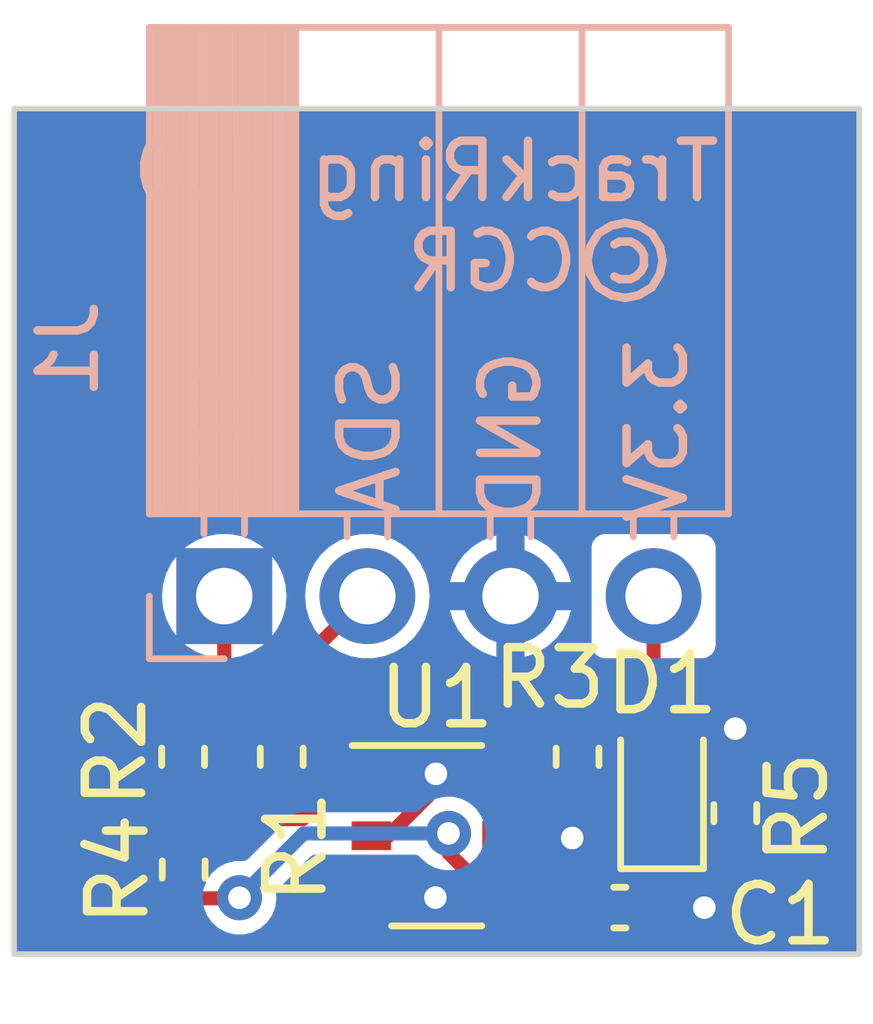
<source format=kicad_pcb>
(kicad_pcb (version 20221018) (generator pcbnew)
  (layers (0 "F.Cu" signal) (31 "B.Cu" signal) (34 "B.Paste" user) (35 "F.Paste" user) (36 "B.SilkS" user "B.Silkscreen") (37 "F.SilkS" user "F.Silkscreen") (38 "B.Mask" user) (39 "F.Mask" user) (44 "Edge.Cuts" user))
  (net 0 "")
  (net 1 "/VCC")
  (net 2 "GND")
  (net 3 "/SDA")
  (net 4 "/SCL")
  (net 5 "Net-(U1-SDA)")
  (net 6 "Net-(U1-SCL)")
  (net 7 "Net-(D1-K)")
  (footprint "Resistor_SMD:R_0402_1005Metric" (layer "F.Cu") (at 21.5 31.5 -90)
    (fp_text reference "R2" (at -0.1 1.2 90) (layer "F.SilkS"))
    (fp_text value "100")
    (fp_line (start -0.153641 -0.38) (end 0.153641 -0.38) (stroke (width 0.12)) (layer "F.SilkS"))
    (fp_line (start -0.153641 0.38) (end 0.153641 0.38) (stroke (width 0.12)) (layer "F.SilkS"))
    (pad "1" smd roundrect (at -0.51 0 270) (size 0.54 0.64) (layers "F.Cu" "F.Paste" "F.Mask") (net 4 "/SCL"))
    (pad "2" smd roundrect (at 0.51 0 270) (size 0.54 0.64) (layers "F.Cu" "F.Paste" "F.Mask") (net 6 "Net-(U1-SCL)"))
  )
  (footprint "Capacitor_SMD:C_0402_1005Metric" (layer "F.Cu") (at 29.25 34.175 180)
    (fp_text reference "C1" (at -2.85 -0.125) (layer "F.SilkS"))
    (fp_text value "0.1uF")
    (fp_line (start -0.107836 -0.36) (end 0.107836 -0.36) (stroke (width 0.12)) (layer "F.SilkS"))
    (fp_line (start -0.107836 0.36) (end 0.107836 0.36) (stroke (width 0.12)) (layer "F.SilkS"))
    (pad "1" smd roundrect (at -0.48 0 180) (size 0.56 0.62) (layers "F.Cu" "F.Paste" "F.Mask") (net 2 "GND"))
    (pad "2" smd roundrect (at 0.48 0 180) (size 0.56 0.62) (layers "F.Cu" "F.Paste" "F.Mask") (net 1 "/VCC"))
  )
  (footprint "LED_SMD:LED_0603_1608Metric" (layer "F.Cu") (at 30 32 90)
    (fp_text reference "D1" (at 1.8 0 180) (layer "F.SilkS"))
    (fp_text value "LED")
    (fp_line (start -1.485 -0.735) (end -1.485 0.735) (stroke (width 0.12)) (layer "F.SilkS"))
    (fp_line (start -1.485 0.735) (end 0.8 0.735) (stroke (width 0.12)) (layer "F.SilkS"))
    (fp_line (start 0.8 -0.735) (end -1.485 -0.735) (stroke (width 0.12)) (layer "F.SilkS"))
    (pad "1" smd roundrect (at -0.7875 0 90) (size 0.875 0.95) (layers "F.Cu" "F.Paste" "F.Mask") (net 7 "Net-(D1-K)"))
    (pad "2" smd roundrect (at 0.7875 0 90) (size 0.875 0.95) (layers "F.Cu" "F.Paste" "F.Mask") (net 1 "/VCC"))
  )
  (footprint "Resistor_SMD:R_0402_1005Metric" (layer "F.Cu") (at 21.51 33.5 90)
    (fp_text reference "R4" (at 0 -1.17 90) (layer "F.SilkS"))
    (fp_text value "1.2K")
    (fp_line (start -0.153641 -0.38) (end 0.153641 -0.38) (stroke (width 0.12)) (layer "F.SilkS"))
    (fp_line (start -0.153641 0.38) (end 0.153641 0.38) (stroke (width 0.12)) (layer "F.SilkS"))
    (pad "1" smd roundrect (at -0.51 0 90) (size 0.54 0.64) (layers "F.Cu" "F.Paste" "F.Mask") (net 1 "/VCC"))
    (pad "2" smd roundrect (at 0.51 0 90) (size 0.54 0.64) (layers "F.Cu" "F.Paste" "F.Mask") (net 4 "/SCL"))
  )
  (footprint "Resistor_SMD:R_0402_1005Metric" (layer "F.Cu") (at 23.25 31.5 -90)
    (fp_text reference "R1" (at 1.6 -0.25 90) (layer "F.SilkS"))
    (fp_text value "100")
    (fp_line (start -0.153641 -0.38) (end 0.153641 -0.38) (stroke (width 0.12)) (layer "F.SilkS"))
    (fp_line (start -0.153641 0.38) (end 0.153641 0.38) (stroke (width 0.12)) (layer "F.SilkS"))
    (pad "1" smd roundrect (at -0.51 0 270) (size 0.54 0.64) (layers "F.Cu" "F.Paste" "F.Mask") (net 3 "/SDA"))
    (pad "2" smd roundrect (at 0.51 0 270) (size 0.54 0.64) (layers "F.Cu" "F.Paste" "F.Mask") (net 5 "Net-(U1-SDA)"))
  )
  (footprint "Resistor_SMD:R_0402_1005Metric" (layer "F.Cu") (at 31.3 32.5 90)
    (fp_text reference "R5" (at 0.1 1.1 90) (layer "F.SilkS"))
    (fp_text value "500")
    (fp_line (start -0.153641 -0.38) (end 0.153641 -0.38) (stroke (width 0.12)) (layer "F.SilkS"))
    (fp_line (start -0.153641 0.38) (end 0.153641 0.38) (stroke (width 0.12)) (layer "F.SilkS"))
    (pad "1" smd roundrect (at -0.51 0 90) (size 0.54 0.64) (layers "F.Cu" "F.Paste" "F.Mask") (net 7 "Net-(D1-K)"))
    (pad "2" smd roundrect (at 0.51 0 90) (size 0.54 0.64) (layers "F.Cu" "F.Paste" "F.Mask") (net 2 "GND"))
  )
  (footprint "Package_SO:TSOP-6_1.65x3.05mm_P0.95mm" (layer "F.Cu") (at 26 32.9)
    (fp_text reference "U1" (at 0 -2.45) (layer "F.SilkS"))
    (fp_text value "TLV493D-A1B6")
    (fp_line (start -0.8 1.6) (end 0.8 1.6) (stroke (width 0.12)) (layer "F.SilkS"))
    (fp_line (start 0.8 -1.6) (end -1.5 -1.6) (stroke (width 0.12)) (layer "F.SilkS"))
    (pad "1" smd rect (at -1.16 -0.95) (size 0.7 0.51) (layers "F.Cu" "F.Paste" "F.Mask") (net 6 "Net-(U1-SCL)"))
    (pad "2" smd rect (at -1.16 0) (size 0.7 0.51) (layers "F.Cu" "F.Paste" "F.Mask") (net 2 "GND"))
    (pad "3" smd rect (at -1.16 0.95) (size 0.7 0.51) (layers "F.Cu" "F.Paste" "F.Mask") (net 2 "GND"))
    (pad "4" smd rect (at 1.16 0.95) (size 0.7 0.51) (layers "F.Cu" "F.Paste" "F.Mask") (net 1 "/VCC"))
    (pad "5" smd rect (at 1.16 0) (size 0.7 0.51) (layers "F.Cu" "F.Paste" "F.Mask") (net 2 "GND"))
    (pad "6" smd rect (at 1.16 -0.95) (size 0.7 0.51) (layers "F.Cu" "F.Paste" "F.Mask") (net 5 "Net-(U1-SDA)"))
  )
  (footprint "Resistor_SMD:R_0402_1005Metric" (layer "F.Cu") (at 28.5 31.5 90)
    (fp_text reference "R3" (at 1.4 -0.5 180) (layer "F.SilkS"))
    (fp_text value "1.2K")
    (fp_line (start -0.153641 -0.38) (end 0.153641 -0.38) (stroke (width 0.12)) (layer "F.SilkS"))
    (fp_line (start -0.153641 0.38) (end 0.153641 0.38) (stroke (width 0.12)) (layer "F.SilkS"))
    (pad "1" smd roundrect (at -0.51 0 90) (size 0.54 0.64) (layers "F.Cu" "F.Paste" "F.Mask") (net 1 "/VCC"))
    (pad "2" smd roundrect (at 0.51 0 90) (size 0.54 0.64) (layers "F.Cu" "F.Paste" "F.Mask") (net 3 "/SDA"))
  )
  (footprint "Connector_PinSocket_2.54mm:PinSocket_1x04_P2.54mm_Horizontal" (layer "B.Cu") (at 22.23 28.65 -90)
    (fp_text reference "J1" (at -4.38 2.77 90) (layer "B.SilkS") (effects (justify mirror)))
    (fp_text value "Conn_01x04")
    (fp_line (start -10.09 -8.95) (end -1.46 -8.95) (stroke (width 0.12)) (layer "B.SilkS"))
    (fp_line (start -10.09 -6.35) (end -1.46 -6.35) (stroke (width 0.12)) (layer "B.SilkS"))
    (fp_line (start -10.09 -3.81) (end -1.46 -3.81) (stroke (width 0.12)) (layer "B.SilkS"))
    (fp_line (start -10.09 -1.27) (end -1.46 -1.27) (stroke (width 0.12)) (layer "B.SilkS"))
    (fp_line (start -10.09 -1.1519) (end -1.46 -1.1519) (stroke (width 0.12)) (layer "B.SilkS"))
    (fp_line (start -10.09 -1.033805) (end -1.46 -1.033805) (stroke (width 0.12)) (layer "B.SilkS"))
    (fp_line (start -10.09 -0.91571) (end -1.46 -0.91571) (stroke (width 0.12)) (layer "B.SilkS"))
    (fp_line (start -10.09 -0.797615) (end -1.46 -0.797615) (stroke (width 0.12)) (layer "B.SilkS"))
    (fp_line (start -10.09 -0.67952) (end -1.46 -0.67952) (stroke (width 0.12)) (layer "B.SilkS"))
    (fp_line (start -10.09 -0.561425) (end -1.46 -0.561425) (stroke (width 0.12)) (layer "B.SilkS"))
    (fp_line (start -10.09 -0.44333) (end -1.46 -0.44333) (stroke (width 0.12)) (layer "B.SilkS"))
    (fp_line (start -10.09 -0.325235) (end -1.46 -0.325235) (stroke (width 0.12)) (layer "B.SilkS"))
    (fp_line (start -10.09 -0.20714) (end -1.46 -0.20714) (stroke (width 0.12)) (layer "B.SilkS"))
    (fp_line (start -10.09 -0.089045) (end -1.46 -0.089045) (stroke (width 0.12)) (layer "B.SilkS"))
    (fp_line (start -10.09 0.02905) (end -1.46 0.02905) (stroke (width 0.12)) (layer "B.SilkS"))
    (fp_line (start -10.09 0.147145) (end -1.46 0.147145) (stroke (width 0.12)) (layer "B.SilkS"))
    (fp_line (start -10.09 0.26524) (end -1.46 0.26524) (stroke (width 0.12)) (layer "B.SilkS"))
    (fp_line (start -10.09 0.383335) (end -1.46 0.383335) (stroke (width 0.12)) (layer "B.SilkS"))
    (fp_line (start -10.09 0.50143) (end -1.46 0.50143) (stroke (width 0.12)) (layer "B.SilkS"))
    (fp_line (start -10.09 0.619525) (end -1.46 0.619525) (stroke (width 0.12)) (layer "B.SilkS"))
    (fp_line (start -10.09 0.73762) (end -1.46 0.73762) (stroke (width 0.12)) (layer "B.SilkS"))
    (fp_line (start -10.09 0.855715) (end -1.46 0.855715) (stroke (width 0.12)) (layer "B.SilkS"))
    (fp_line (start -10.09 0.97381) (end -1.46 0.97381) (stroke (width 0.12)) (layer "B.SilkS"))
    (fp_line (start -10.09 1.091905) (end -1.46 1.091905) (stroke (width 0.12)) (layer "B.SilkS"))
    (fp_line (start -10.09 1.21) (end -1.46 1.21) (stroke (width 0.12)) (layer "B.SilkS"))
    (fp_line (start -10.09 1.33) (end -10.09 -8.95) (stroke (width 0.12)) (layer "B.SilkS"))
    (fp_line (start -10.09 1.33) (end -1.46 1.33) (stroke (width 0.12)) (layer "B.SilkS"))
    (fp_line (start -1.46 -7.98) (end -1.05 -7.98) (stroke (width 0.12)) (layer "B.SilkS"))
    (fp_line (start -1.46 -7.26) (end -1.05 -7.26) (stroke (width 0.12)) (layer "B.SilkS"))
    (fp_line (start -1.46 -5.44) (end -1.05 -5.44) (stroke (width 0.12)) (layer "B.SilkS"))
    (fp_line (start -1.46 -4.72) (end -1.05 -4.72) (stroke (width 0.12)) (layer "B.SilkS"))
    (fp_line (start -1.46 -2.9) (end -1.05 -2.9) (stroke (width 0.12)) (layer "B.SilkS"))
    (fp_line (start -1.46 -2.18) (end -1.05 -2.18) (stroke (width 0.12)) (layer "B.SilkS"))
    (fp_line (start -1.46 -0.36) (end -1.11 -0.36) (stroke (width 0.12)) (layer "B.SilkS"))
    (fp_line (start -1.46 0.36) (end -1.11 0.36) (stroke (width 0.12)) (layer "B.SilkS"))
    (fp_line (start -1.46 1.33) (end -1.46 -8.95) (stroke (width 0.12)) (layer "B.SilkS"))
    (fp_line (start 0 1.33) (end 1.11 1.33) (stroke (width 0.12)) (layer "B.SilkS"))
    (fp_line (start 1.11 1.33) (end 1.11 0) (stroke (width 0.12)) (layer "B.SilkS"))
    (pad "1" thru_hole rect (at 0 0 270) (size 1.7 1.7) (drill 1) (layers "*.Cu" "*.Mask") (net 1 "/VCC"))
    (pad "2" thru_hole oval (at 0 -2.54 270) (size 1.7 1.7) (drill 1) (layers "*.Cu" "*.Mask") (net 2 "GND"))
    (pad "3" thru_hole oval (at 0 -5.08 270) (size 1.7 1.7) (drill 1) (layers "*.Cu" "*.Mask") (net 3 "/SDA"))
    (pad "4" thru_hole oval (at 0 -7.62 270) (size 1.7 1.7) (drill 1) (layers "*.Cu" "*.Mask") (net 4 "/SCL"))
  )
  (gr_rect (start 18.5 20) (end 33.5 35) (stroke (width 0.1)) (fill none) (layer "Edge.Cuts"))
  (gr_text "GND" (at 27.9 24.2 90) (layer "B.SilkS") (effects (font (size 1 1)) (justify left bottom mirror)))
  (gr_text "©CGR" (at 30.3 23.3) (layer "B.SilkS") (effects (font (size 1 1)) (justify left bottom mirror)))
  (gr_text "SDA" (at 25.4 24.3 90) (layer "B.SilkS") (effects (font (size 1 1)) (justify left bottom mirror)))
  (gr_text "SCL" (at 22.8 24.4 90) (layer "B.SilkS") (effects (font (size 1 1)) (justify left bottom mirror)))
  (gr_text "3.3V" (at 30.5 24 90) (layer "B.SilkS") (effects (font (size 1 1)) (justify left bottom mirror)))
  (gr_text "TrackRing 1.0" (at 31.1 21.7) (layer "B.SilkS") (effects (font (size 1 1)) (justify left bottom mirror)))
  (segment (start 29.2975 31.2125) (end 28.5 32.01) (width 0.25) (layer "F.Cu") (net 1))
  (segment (start 26.2105 32.859098) (end 26.2105 33.2055) (width 0.25) (layer "F.Cu") (net 1))
  (segment (start 26.855 33.85) (end 27.16 33.85) (width 0.25) (layer "F.Cu") (net 1))
  (segment (start 30 31.2125) (end 29.2975 31.2125) (width 0.25) (layer "F.Cu") (net 1))
  (segment (start 28.445 33.85) (end 28.77 34.175) (width 0.25) (layer "F.Cu") (net 1))
  (segment (start 26.2105 33.2055) (end 26.855 33.85) (width 0.25) (layer "F.Cu") (net 1))
  (segment (start 29.130523 32.640523) (end 29.130523 33.814477) (width 0.25) (layer "F.Cu") (net 1))
  (segment (start 29.85 28.65) (end 29.85 31.0625) (width 0.25) (layer "F.Cu") (net 1))
  (segment (start 29.85 31.0625) (end 30 31.2125) (width 0.25) (layer "F.Cu") (net 1))
  (segment (start 28.5 32.01) (end 29.130523 32.640523) (width 0.25) (layer "F.Cu") (net 1))
  (segment (start 21.51 34.01) (end 22.49 34.01) (width 0.25) (layer "F.Cu") (net 1))
  (segment (start 29.130523 33.814477) (end 28.77 34.175) (width 0.25) (layer "F.Cu") (net 1))
  (segment (start 27.16 33.85) (end 28.445 33.85) (width 0.25) (layer "F.Cu") (net 1))
  (segment (start 22.49 34.01) (end 22.5 34) (width 0.25) (layer "F.Cu") (net 1))
  (via (at 22.5 34) (size 0.8) (drill 0.4) (layers "F.Cu" "B.Cu") (net 1))
  (via (at 26.2105 32.859098) (size 0.8) (drill 0.4) (layers "F.Cu" "B.Cu") (net 1))
  (segment (start 23.640902 32.859098) (end 26.2105 32.859098) (width 0.25) (layer "B.Cu") (net 1))
  (segment (start 22.5 34) (end 23.640902 32.859098) (width 0.25) (layer "B.Cu") (net 1))
  (segment (start 27.200121 32.940121) (end 27.16 32.9) (width 0.25) (layer "F.Cu") (net 2))
  (segment (start 25.987182 32.057818) (end 25.145 32.9) (width 0.25) (layer "F.Cu") (net 2))
  (segment (start 25.977701 33.997299) (end 25.830402 33.85) (width 0.25) (layer "F.Cu") (net 2))
  (segment (start 29.73 34.175) (end 30.75 34.175) (width 0.25) (layer "F.Cu") (net 2))
  (segment (start 31.3 31.99) (end 31.3 31) (width 0.25) (layer "F.Cu") (net 2))
  (segment (start 25.987182 31.80178) (end 25.987182 32.057818) (width 0.25) (layer "F.Cu") (net 2))
  (segment (start 28.405523 32.940121) (end 27.200121 32.940121) (width 0.25) (layer "F.Cu") (net 2))
  (segment (start 25.830402 33.85) (end 24.84 33.85) (width 0.25) (layer "F.Cu") (net 2))
  (segment (start 25.145 32.9) (end 24.84 32.9) (width 0.25) (layer "F.Cu") (net 2))
  (via (at 25.977701 33.997299) (size 0.8) (drill 0.4) (layers "F.Cu" "B.Cu") (net 2))
  (via (at 28.405523 32.940121) (size 0.8) (drill 0.4) (layers "F.Cu" "B.Cu") (net 2))
  (via (at 31.3 31) (size 0.8) (drill 0.4) (layers "F.Cu" "B.Cu") (net 2))
  (via (at 25.987182 31.80178) (size 0.8) (drill 0.4) (layers "F.Cu" "B.Cu") (net 2))
  (via (at 30.75 34.175) (size 0.8) (drill 0.4) (layers "F.Cu" "B.Cu") (net 2))
  (segment (start 28.11 30.6) (end 28.5 30.99) (width 0.25) (layer "F.Cu") (net 3))
  (segment (start 23.64 30.6) (end 28.11 30.6) (width 0.25) (layer "F.Cu") (net 3))
  (segment (start 23.25 30.99) (end 23.64 30.6) (width 0.25) (layer "F.Cu") (net 3))
  (segment (start 23.25 30.17) (end 24.77 28.65) (width 0.25) (layer "F.Cu") (net 3))
  (segment (start 23.25 30.99) (end 23.25 30.17) (width 0.25) (layer "F.Cu") (net 3))
  (segment (start 21.5 30.99) (end 22.23 30.26) (width 0.25) (layer "F.Cu") (net 4))
  (segment (start 22.23 30.26) (end 22.23 28.65) (width 0.25) (layer "F.Cu") (net 4))
  (segment (start 21.5 30.99) (end 20.855 31.635) (width 0.25) (layer "F.Cu") (net 4))
  (segment (start 20.855 31.635) (end 20.855 32.335) (width 0.25) (layer "F.Cu") (net 4))
  (segment (start 20.855 32.335) (end 21.51 32.99) (width 0.25) (layer "F.Cu") (net 4))
  (segment (start 24.21 31.05) (end 23.25 32.01) (width 0.25) (layer "F.Cu") (net 5))
  (segment (start 24.21 31.05) (end 26.26 31.05) (width 0.25) (layer "F.Cu") (net 5))
  (segment (start 26.26 31.05) (end 27.16 31.95) (width 0.25) (layer "F.Cu") (net 5))
  (segment (start 24.280538 31.95) (end 23.625538 32.605) (width 0.25) (layer "F.Cu") (net 6))
  (segment (start 24.84 31.95) (end 24.280538 31.95) (width 0.25) (layer "F.Cu") (net 6))
  (segment (start 23.625538 32.605) (end 22.095 32.605) (width 0.25) (layer "F.Cu") (net 6))
  (segment (start 22.095 32.605) (end 21.5 32.01) (width 0.25) (layer "F.Cu") (net 6))
  (segment (start 31.2775 32.7875) (end 31.5 33.01) (width 0.25) (layer "F.Cu") (net 7))
  (segment (start 30 32.7875) (end 31.0775 32.7875) (width 0.25) (layer "F.Cu") (net 7))
  (segment (start 31.0775 32.7875) (end 31.3 33.01) (width 0.25) (layer "F.Cu") (net 7))
  (zone (net 2) (net_name "GND") (layer "B.Cu") (connect_pads (clearance 0.25)) (min_thickness 0.25) (fill yes (thermal_gap 0.25) (thermal_bridge_width 0.5))
    (polygon (pts (xy 18.25 19.75) (xy 33.75 19.75) (xy 33.75 35.25) (xy 18.25 35.25)))
  )
)
</source>
